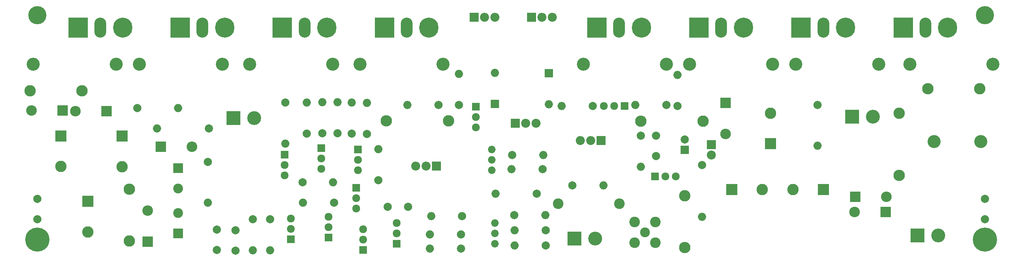
<source format=gbr>
G04 #@! TF.FileFunction,Soldermask,Bot*
%FSLAX46Y46*%
G04 Gerber Fmt 4.6, Leading zero omitted, Abs format (unit mm)*
G04 Created by KiCad (PCBNEW 4.0.7) date 09/18/20 04:00:48*
%MOMM*%
%LPD*%
G01*
G04 APERTURE LIST*
%ADD10C,0.100000*%
%ADD11R,2.800000X2.800000*%
%ADD12C,2.800000*%
%ADD13C,2.600000*%
%ADD14C,2.400000*%
%ADD15R,2.000000X2.000000*%
%ADD16C,2.000000*%
%ADD17C,1.920000*%
%ADD18R,1.920000X1.920000*%
%ADD19O,2.000000X2.000000*%
%ADD20R,2.400000X2.400000*%
%ADD21R,2.600000X2.600000*%
%ADD22O,2.600000X2.600000*%
%ADD23R,2.200000X2.200000*%
%ADD24C,2.200000*%
%ADD25C,1.840000*%
%ADD26O,2.800000X2.800000*%
%ADD27R,4.700000X4.900000*%
%ADD28O,2.900000X4.900000*%
%ADD29O,4.700000X4.900000*%
%ADD30C,3.200000*%
%ADD31O,3.200000X3.200000*%
%ADD32R,3.400000X3.400000*%
%ADD33C,3.400000*%
%ADD34C,5.900000*%
%ADD35C,4.464000*%
%ADD36O,2.200000X2.200000*%
G04 APERTURE END LIST*
D10*
D11*
X50750000Y-76650000D03*
D12*
X50750000Y-84150000D03*
D13*
X176210000Y-102790000D03*
X176210000Y-97710000D03*
X181290000Y-97710000D03*
X181290000Y-102790000D03*
D14*
X178750000Y-100250000D03*
D15*
X188500000Y-80000000D03*
D16*
X188500000Y-77500000D03*
D17*
X118000000Y-100460000D03*
X118000000Y-97920000D03*
D18*
X118000000Y-103000000D03*
D17*
X90550000Y-83740000D03*
X90550000Y-86280000D03*
D18*
X90550000Y-81200000D03*
D16*
X184000000Y-69000000D03*
D19*
X176380000Y-69000000D03*
D16*
X134000000Y-96250000D03*
D19*
X126500000Y-96250000D03*
D16*
X94950000Y-87950000D03*
D19*
X102450000Y-87950000D03*
D16*
X73950000Y-104550000D03*
X73950000Y-99550000D03*
X181500000Y-76500000D03*
X181500000Y-81500000D03*
X78500000Y-104750000D03*
X78500000Y-99750000D03*
D20*
X64500000Y-100500000D03*
D14*
X64500000Y-95500000D03*
D20*
X64500000Y-84500000D03*
D14*
X64500000Y-89500000D03*
D16*
X115750000Y-94000000D03*
X120750000Y-94000000D03*
X152250000Y-90750000D03*
D19*
X142250000Y-90750000D03*
D16*
X54500000Y-69750000D03*
D19*
X64500000Y-69750000D03*
D16*
X90700000Y-68450000D03*
D19*
X90700000Y-78450000D03*
D11*
X209500000Y-78500000D03*
D12*
X209500000Y-71000000D03*
D16*
X221000000Y-69000000D03*
D19*
X221000000Y-79000000D03*
D21*
X57000000Y-102500000D03*
D22*
X57000000Y-94880000D03*
D23*
X195000000Y-78750000D03*
D24*
X195000000Y-81290000D03*
D15*
X142000000Y-68750000D03*
D19*
X142000000Y-61130000D03*
D15*
X155250000Y-61250000D03*
D19*
X155250000Y-68870000D03*
D21*
X60250000Y-79250000D03*
D22*
X67870000Y-79250000D03*
D21*
X198500000Y-68500000D03*
D22*
X198500000Y-76120000D03*
D16*
X146750000Y-96000000D03*
D19*
X154370000Y-96000000D03*
D16*
X161000000Y-88750000D03*
D19*
X168620000Y-88750000D03*
D16*
X99800000Y-75950000D03*
D19*
X99800000Y-68330000D03*
D16*
X96000000Y-76000000D03*
D19*
X96000000Y-68380000D03*
D16*
X102650000Y-92950000D03*
D19*
X95030000Y-92950000D03*
D16*
X133750000Y-100750000D03*
D19*
X126130000Y-100750000D03*
D16*
X133750000Y-104250000D03*
D19*
X126130000Y-104250000D03*
D16*
X154500000Y-99750000D03*
D19*
X146880000Y-99750000D03*
D16*
X154500000Y-103500000D03*
D19*
X146880000Y-103500000D03*
D25*
X142000000Y-103000000D03*
X142000000Y-100460000D03*
X142000000Y-97920000D03*
D12*
X188500000Y-91250000D03*
D26*
X188500000Y-103950000D03*
D16*
X177750000Y-76500000D03*
D19*
X177750000Y-84120000D03*
D12*
X52550000Y-102350000D03*
D26*
X52550000Y-89650000D03*
D16*
X87000000Y-97000000D03*
D19*
X87000000Y-104620000D03*
D16*
X82750000Y-97000000D03*
D19*
X82750000Y-104620000D03*
D16*
X192750000Y-83750000D03*
D19*
X192750000Y-96450000D03*
D16*
X103500000Y-75950000D03*
D19*
X103500000Y-68330000D03*
D16*
X110700000Y-76100000D03*
D19*
X110700000Y-68480000D03*
D16*
X107000000Y-76000000D03*
D19*
X107000000Y-68380000D03*
D16*
X113500000Y-87500000D03*
D19*
X113500000Y-79880000D03*
D16*
X146250000Y-81250000D03*
D19*
X153870000Y-81250000D03*
D25*
X141250000Y-85000000D03*
X141250000Y-82460000D03*
X141250000Y-79920000D03*
D16*
X153750000Y-84750000D03*
D19*
X146130000Y-84750000D03*
D16*
X166000000Y-69250000D03*
D19*
X158380000Y-69250000D03*
D16*
X128250000Y-69000000D03*
D19*
X120630000Y-69000000D03*
D12*
X193000000Y-73000000D03*
D26*
X177760000Y-73000000D03*
D16*
X133250000Y-69000000D03*
D19*
X133250000Y-61380000D03*
D16*
X186750000Y-69250000D03*
D19*
X186750000Y-61630000D03*
D12*
X28250000Y-65500000D03*
D26*
X40950000Y-65500000D03*
D12*
X260750000Y-65000000D03*
D26*
X248050000Y-65000000D03*
D16*
X72000000Y-74750000D03*
D19*
X59300000Y-74750000D03*
D27*
X40000000Y-50000000D03*
D28*
X45450000Y-50000000D03*
D29*
X50900000Y-50000000D03*
D27*
X242000000Y-50000000D03*
D28*
X247450000Y-50000000D03*
D29*
X252900000Y-50000000D03*
D27*
X65000000Y-50000000D03*
D28*
X70450000Y-50000000D03*
D29*
X75900000Y-50000000D03*
D27*
X217000000Y-50000000D03*
D28*
X222450000Y-50000000D03*
D29*
X227900000Y-50000000D03*
D27*
X90000000Y-50000000D03*
D28*
X95450000Y-50000000D03*
D29*
X100900000Y-50000000D03*
D27*
X192000000Y-50000000D03*
D28*
X197450000Y-50000000D03*
D29*
X202900000Y-50000000D03*
D27*
X115000000Y-50000000D03*
D28*
X120450000Y-50000000D03*
D29*
X125900000Y-50000000D03*
D27*
X167000000Y-50000000D03*
D28*
X172450000Y-50000000D03*
D29*
X177900000Y-50000000D03*
D30*
X29000000Y-59000000D03*
D31*
X49320000Y-59000000D03*
D30*
X264000000Y-59000000D03*
D31*
X243680000Y-59000000D03*
D30*
X55000000Y-59000000D03*
D31*
X75320000Y-59000000D03*
D30*
X236000000Y-59000000D03*
D31*
X215680000Y-59000000D03*
D30*
X82000000Y-59000000D03*
D31*
X102320000Y-59000000D03*
D30*
X210000000Y-59000000D03*
D31*
X189680000Y-59000000D03*
D30*
X109000000Y-59000000D03*
D31*
X129320000Y-59000000D03*
D30*
X184000000Y-59000000D03*
D31*
X163680000Y-59000000D03*
D32*
X245500000Y-101000000D03*
D33*
X250580000Y-101000000D03*
D32*
X229500000Y-71900000D03*
D33*
X234580000Y-71900000D03*
D32*
X78000000Y-72250000D03*
D33*
X83080000Y-72250000D03*
D34*
X262000000Y-102000000D03*
D35*
X262000000Y-47000000D03*
D34*
X30000000Y-102000000D03*
D35*
X30000000Y-47000000D03*
D32*
X161500000Y-101750000D03*
D33*
X166580000Y-101750000D03*
D11*
X35750000Y-76600000D03*
D12*
X35750000Y-84100000D03*
D11*
X42350000Y-92650000D03*
D12*
X42350000Y-100150000D03*
D11*
X222500000Y-89750000D03*
D12*
X215000000Y-89750000D03*
D11*
X200000000Y-89750000D03*
D12*
X207500000Y-89750000D03*
X130700000Y-72900000D03*
D26*
X115460000Y-72900000D03*
D16*
X262000000Y-92000000D03*
X262000000Y-97000000D03*
X30000000Y-92000000D03*
X30000000Y-97000000D03*
D13*
X157500000Y-93250000D03*
X172500000Y-93250000D03*
D23*
X127750000Y-84000000D03*
D36*
X125210000Y-84000000D03*
X122670000Y-84000000D03*
D23*
X147000000Y-73500000D03*
D36*
X149540000Y-73500000D03*
X152080000Y-73500000D03*
D23*
X168000000Y-77750000D03*
D36*
X165460000Y-77750000D03*
X162920000Y-77750000D03*
D23*
X137000000Y-47500000D03*
D36*
X139540000Y-47500000D03*
X142080000Y-47500000D03*
D23*
X151000000Y-47500000D03*
D36*
X153540000Y-47500000D03*
X156080000Y-47500000D03*
D30*
X261000000Y-78000000D03*
X249570000Y-78000000D03*
D12*
X241000000Y-71000000D03*
D26*
X241000000Y-86240000D03*
D17*
X109800000Y-102010000D03*
X109800000Y-99470000D03*
D18*
X109800000Y-104550000D03*
D17*
X99500000Y-82140000D03*
X99500000Y-84680000D03*
D18*
X99500000Y-79600000D03*
D17*
X101350000Y-99010000D03*
X101350000Y-96470000D03*
D18*
X101350000Y-101550000D03*
D17*
X92100000Y-99410000D03*
X92100000Y-96870000D03*
D18*
X92100000Y-101950000D03*
D17*
X183790000Y-86500000D03*
X186330000Y-86500000D03*
D18*
X181250000Y-86500000D03*
D17*
X108100000Y-91840000D03*
X108100000Y-94380000D03*
D18*
X108100000Y-89300000D03*
D17*
X108550000Y-82490000D03*
X108550000Y-85030000D03*
D18*
X108550000Y-79950000D03*
D17*
X137400000Y-71940000D03*
X137400000Y-74480000D03*
D18*
X137400000Y-69400000D03*
D17*
X171210000Y-69250000D03*
X168670000Y-69250000D03*
D18*
X173750000Y-69250000D03*
D21*
X47000000Y-70500000D03*
D22*
X39380000Y-70500000D03*
D21*
X237750000Y-95250000D03*
D22*
X230130000Y-95250000D03*
D21*
X36200000Y-70350000D03*
D22*
X28580000Y-70350000D03*
D21*
X230250000Y-91500000D03*
D22*
X237870000Y-91500000D03*
D16*
X71750000Y-83000000D03*
D19*
X71750000Y-93000000D03*
M02*

</source>
